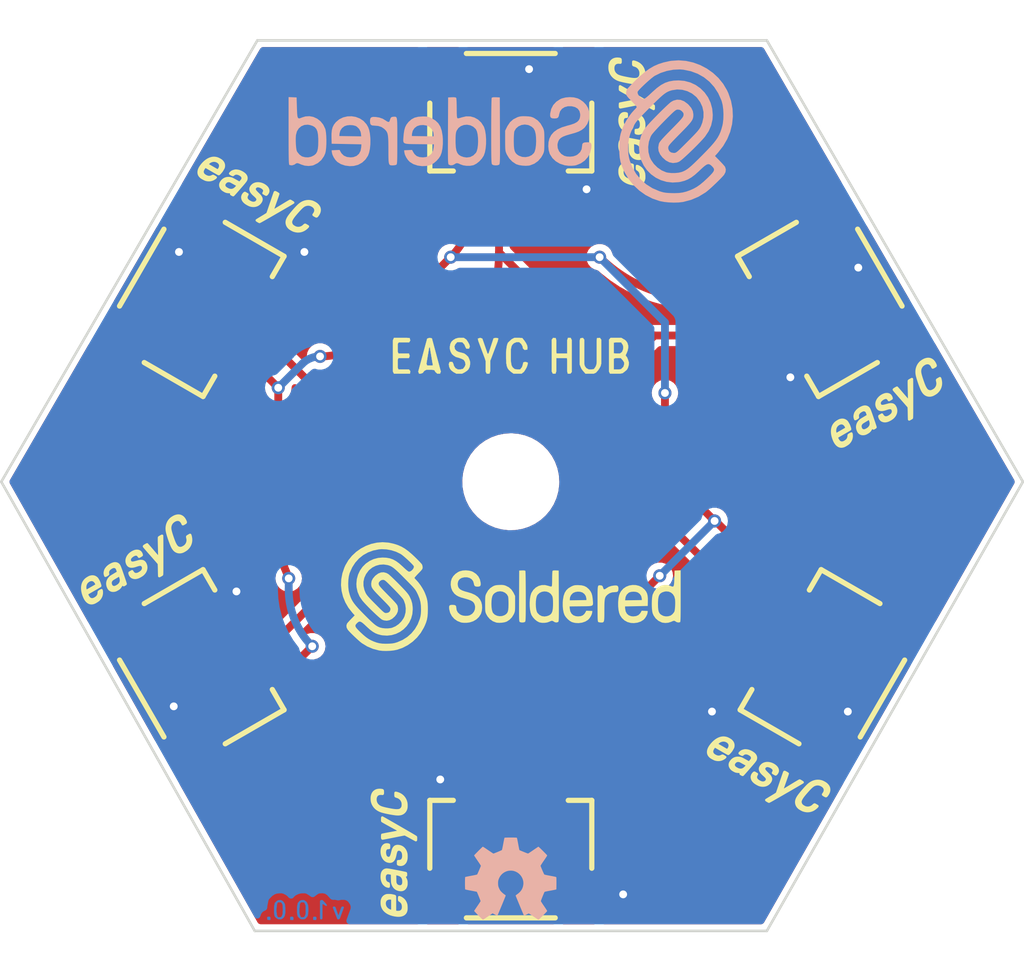
<source format=kicad_pcb>
(kicad_pcb (version 20210623) (generator pcbnew)
  (title_block (title "easyC hub") (date "2021-07-20") (rev "V1.0.0.") (company "SOLDERED") (comment 1 "333043"))
  (layers (0 "F.Cu" signal) (31 "B.Cu" signal) (34 "B.Paste" user) (35 "F.Paste" user) (36 "B.SilkS" user "B.Silkscreen") (37 "F.SilkS" user "F.Silkscreen") (38 "B.Mask" user) (39 "F.Mask" user) (44 "Edge.Cuts" user))
  (net 0 "")
  (net 1 "SCL")
  (net 2 "SDA")
  (net 3 "3V3")
  (net 4 "GND")
  (footprint "e-radionica.com footprinti:FIDUCIAL_23" (layer "F.Cu") (at 73.7 82)
    (fp_text reference "FD1")
    (fp_text value "FIDUCIAL")
    (fp_circle (center 0 0) (end 1 0) (layer "F.Cu") (width 0.2) (fill none))
    (pad "1" smd circle (at 0 0) (size 1 1) (layers "F.Cu" "F.Paste" "F.Mask") (clearance 1.1))
  )
  (footprint "Soldered Graphics:Logo-Front-easyC-5mm" (layer "F.Cu") (at 99.3 94 -30)
    (fp_text reference "G***" hide)
    (fp_text value "LOGO" hide)
  )
  (footprint "e-radionica.com footprinti:easyC-connector" (layer "F.Cu") (at 77.8 76 60)
    (fp_text reference "K5")
    (fp_text value "easyC-SMD")
    (pad "1" smd rect locked (at -1.5 2.15 60) (size 0.6 1.55) (layers "F.Cu" "F.Paste" "F.Mask") (net 1 "SCL"))
    (pad "2" smd rect locked (at -0.5 2.15 60) (size 0.6 1.55) (layers "F.Cu" "F.Paste" "F.Mask") (net 2 "SDA"))
    (pad "3" smd rect locked (at 0.5 2.15 60) (size 0.6 1.55) (layers "F.Cu" "F.Paste" "F.Mask") (net 3 "3V3"))
    (pad "4" smd rect locked (at 1.5 2.15 60) (size 0.6 1.55) (layers "F.Cu" "F.Paste" "F.Mask") (net 4 "GND"))
    (pad "5" smd rect locked (at -2.6 -2.15 60) (size 1.2 1.8) (layers "F.Cu" "F.Paste" "F.Mask") (net 4 "GND"))
    (pad "5" smd rect locked (at 2.6 -2.15 60) (size 1.2 1.8) (layers "F.Cu" "F.Paste" "F.Mask") (net 4 "GND"))
  )
  (footprint "e-radionica.com footprinti:easyC-connector" (layer "F.Cu") (at 89.5 69.2)
    (fp_text reference "K4")
    (fp_text value "easyC-SMD")
    (pad "1" smd rect locked (at -1.5 2.15) (size 0.6 1.55) (layers "F.Cu" "F.Paste" "F.Mask") (net 1 "SCL"))
    (pad "2" smd rect locked (at -0.5 2.15) (size 0.6 1.55) (layers "F.Cu" "F.Paste" "F.Mask") (net 2 "SDA"))
    (pad "3" smd rect locked (at 0.5 2.15) (size 0.6 1.55) (layers "F.Cu" "F.Paste" "F.Mask") (net 3 "3V3"))
    (pad "4" smd rect locked (at 1.5 2.15) (size 0.6 1.55) (layers "F.Cu" "F.Paste" "F.Mask") (net 4 "GND"))
    (pad "5" smd rect locked (at -2.6 -2.15) (size 1.2 1.8) (layers "F.Cu" "F.Paste" "F.Mask") (net 4 "GND"))
    (pad "5" smd rect locked (at 2.6 -2.15) (size 1.2 1.8) (layers "F.Cu" "F.Paste" "F.Mask") (net 4 "GND"))
  )
  (footprint "e-radionica.com footprinti:easyC-connector" (layer "F.Cu") (at 101.2 76 -60)
    (fp_text reference "K3")
    (fp_text value "easyC-SMD")
    (pad "1" smd rect locked (at -1.5 2.15 300) (size 0.6 1.55) (layers "F.Cu" "F.Paste" "F.Mask") (net 1 "SCL"))
    (pad "2" smd rect locked (at -0.5 2.15 300) (size 0.6 1.55) (layers "F.Cu" "F.Paste" "F.Mask") (net 2 "SDA"))
    (pad "3" smd rect locked (at 0.5 2.15 300) (size 0.6 1.55) (layers "F.Cu" "F.Paste" "F.Mask") (net 3 "3V3"))
    (pad "4" smd rect locked (at 1.5 2.15 300) (size 0.6 1.55) (layers "F.Cu" "F.Paste" "F.Mask") (net 4 "GND"))
    (pad "5" smd rect locked (at -2.6 -2.15 300) (size 1.2 1.8) (layers "F.Cu" "F.Paste" "F.Mask") (net 4 "GND"))
    (pad "5" smd rect locked (at 2.6 -2.15 300) (size 1.2 1.8) (layers "F.Cu" "F.Paste" "F.Mask") (net 4 "GND"))
  )
  (footprint "Soldered Graphics:Logo-Front-easyC-5mm" (layer "F.Cu") (at 94.1 69 90)
    (fp_text reference "G***" hide)
    (fp_text value "LOGO" hide)
  )
  (footprint "Soldered Graphics:Logo-Front-easyC-5mm" (layer "F.Cu") (at 85 97 90)
    (fp_text reference "G***" hide)
    (fp_text value "LOGO" hide)
  )
  (footprint "Soldered Graphics:Logo-Back-SolderedFULL-17mm" (layer "F.Cu") (at 89.5 69.39)
    (fp_text reference "REF**" hide)
    (fp_text value "Logo-Front-SolderedFULL-17mm" hide)
  )
  (footprint "buzzardLabel" (layer "F.Cu") (at 89.5 78)
    (fp_text reference "" (at 0 0) (layer "F.SilkS") (effects (font (size 1.27 1.27))))
    (fp_text value "" (at 0 0) (layer "F.SilkS") (effects (font (size 1.27 1.27))))
  )
  (footprint "e-radionica.com footprinti:easyC-connector" (layer "F.Cu") (at 89.5 96.7 180)
    (fp_text reference "K1")
    (fp_text value "easyC-SMD")
    (pad "1" smd rect locked (at -1.5 2.15 180) (size 0.6 1.55) (layers "F.Cu" "F.Paste" "F.Mask") (net 1 "SCL"))
    (pad "2" smd rect locked (at -0.5 2.15 180) (size 0.6 1.55) (layers "F.Cu" "F.Paste" "F.Mask") (net 2 "SDA"))
    (pad "3" smd rect locked (at 0.5 2.15 180) (size 0.6 1.55) (layers "F.Cu" "F.Paste" "F.Mask") (net 3 "3V3"))
    (pad "4" smd rect locked (at 1.5 2.15 180) (size 0.6 1.55) (layers "F.Cu" "F.Paste" "F.Mask") (net 4 "GND"))
    (pad "5" smd rect locked (at -2.6 -2.15 180) (size 1.2 1.8) (layers "F.Cu" "F.Paste" "F.Mask") (net 4 "GND"))
    (pad "5" smd rect locked (at 2.6 -2.15 180) (size 1.2 1.8) (layers "F.Cu" "F.Paste" "F.Mask") (net 4 "GND"))
  )
  (footprint "Soldered Graphics:Logo-Front-easyC-5mm" (layer "F.Cu") (at 79.8 71.8 -30)
    (fp_text reference "G***" hide)
    (fp_text value "LOGO" hide)
  )
  (footprint "e-radionica.com footprinti:HOLE_3.2mm" (layer "F.Cu") (at 89.5 82.8)
    (fp_text reference "H1" hide)
    (fp_text value "HOLE_3.2mm" hide)
    (pad "" np_thru_hole circle locked (at 0 0) (size 3.2 3.2) (drill 3.2) (layers F&B.Cu *.Mask))
  )
  (footprint "Soldered Graphics:Logo-Front-SolderedFULL-13mm" (layer "F.Cu") (at 89.5 87.2)
    (fp_text reference "REF**" hide)
    (fp_text value "Logo-Front-SolderedFULL-13mm" hide)
  )
  (footprint "Soldered Graphics:Logo-Back-OSH-3.5mm" (layer "F.Cu") (at 89.5 98)
    (fp_text reference "G***" hide)
    (fp_text value "LOGO" hide)
  )
  (footprint "e-radionica.com footprinti:easyC-connector" (layer "F.Cu") (at 77.8 89.7 120)
    (fp_text reference "K6")
    (fp_text value "easyC-SMD")
    (pad "1" smd rect locked (at -1.5 2.15 120) (size 0.6 1.55) (layers "F.Cu" "F.Paste" "F.Mask") (net 1 "SCL"))
    (pad "2" smd rect locked (at -0.5 2.15 120) (size 0.6 1.55) (layers "F.Cu" "F.Paste" "F.Mask") (net 2 "SDA"))
    (pad "3" smd rect locked (at 0.5 2.15 120) (size 0.6 1.55) (layers "F.Cu" "F.Paste" "F.Mask") (net 3 "3V3"))
    (pad "4" smd rect locked (at 1.5 2.15 120) (size 0.6 1.55) (layers "F.Cu" "F.Paste" "F.Mask") (net 4 "GND"))
    (pad "5" smd rect locked (at -2.6 -2.15 120) (size 1.2 1.8) (layers "F.Cu" "F.Paste" "F.Mask") (net 4 "GND"))
    (pad "5" smd rect locked (at 2.6 -2.15 120) (size 1.2 1.8) (layers "F.Cu" "F.Paste" "F.Mask") (net 4 "GND"))
  )
  (footprint "e-radionica.com footprinti:easyC-connector" (layer "F.Cu") (at 101.3 89.7 -120)
    (fp_text reference "K2")
    (fp_text value "easyC-SMD")
    (pad "1" smd rect locked (at -1.5 2.15 240) (size 0.6 1.55) (layers "F.Cu" "F.Paste" "F.Mask") (net 1 "SCL"))
    (pad "2" smd rect locked (at -0.5 2.15 240) (size 0.6 1.55) (layers "F.Cu" "F.Paste" "F.Mask") (net 2 "SDA"))
    (pad "3" smd rect locked (at 0.5 2.15 240) (size 0.6 1.55) (layers "F.Cu" "F.Paste" "F.Mask") (net 3 "3V3"))
    (pad "4" smd rect locked (at 1.5 2.15 240) (size 0.6 1.55) (layers "F.Cu" "F.Paste" "F.Mask") (net 4 "GND"))
    (pad "5" smd rect locked (at -2.6 -2.15 240) (size 1.2 1.8) (layers "F.Cu" "F.Paste" "F.Mask") (net 4 "GND"))
    (pad "5" smd rect locked (at 2.6 -2.15 240) (size 1.2 1.8) (layers "F.Cu" "F.Paste" "F.Mask") (net 4 "GND"))
  )
  (footprint "Soldered Graphics:Logo-Front-easyC-5mm" (layer "F.Cu") (at 103.9 79.9 30)
    (fp_text reference "G***" hide)
    (fp_text value "LOGO" hide)
  )
  (footprint "Soldered Graphics:Logo-Front-easyC-5mm" (layer "F.Cu") (at 75.2 85.9 30)
    (fp_text reference "G***" hide)
    (fp_text value "LOGO" hide)
  )
  (footprint "Soldered Graphics:Version1.0.0." (layer "B.Cu") (at 81.6 99.2 180)
    (fp_text reference "Ref**" hide)
    (fp_text value "Val**" hide)
    (fp_poly (pts (xy 1.31 -0.38) (xy 1.36 -0.38) (xy 1.41 -0.37) (xy 1.42 -0.33) (xy 1.42 -0.27) (xy 1.38 -0.26) (xy 1.33 -0.26) (xy 1.3 -0.29) (xy 1.3 -0.34) (xy 1.31 -0.38)) (layer "B.Cu") (width 0.01) (fill solid))
    (fp_poly (pts (xy 0.93 -0.35) (xy 0.99 -0.35) (xy 1.04 -0.33) (xy 1.01 -0.28) (xy 0.91 -0.28) (xy 0.87 -0.25) (xy 0.85 -0.2) (xy 0.83 -0.15) (xy 0.83 -0.11) (xy 0.82 0.01) (xy 0.83 0.13) (xy 0.83 0.17) (xy 0.84 0.22) (xy 0.87 0.27) (xy 0.9 0.3) (xy 1.01 0.3) (xy 1.04 0.26) (xy 1.05 0.21) (xy 1.06 0.15) (xy 1.07 0.05) (xy 1.07 -0.08) (xy 1.06 -0.12) (xy 1.06 -0.17) (xy 1.04 -0.22) (xy 1.02 -0.27) (xy 1.01 -0.28) (xy 1.05 -0.32) (xy 1.09 -0.29) (xy 1.12 -0.26) (xy 1.14 -0.22) (xy 1.15 -0.16) (xy 1.16 -0.11) (xy 1.16 -0.06) (xy 1.16 0.06) (xy 1.16 0.12) (xy 1.15 0.17) (xy 1.14 0.22) (xy 1.13 0.27) (xy 1.1 0.3) (xy 1.06 0.34) (xy 1.01 0.37) (xy 0.95 0.38) (xy 0.9 0.38) (xy 0.84 0.35) (xy 0.8 0.31) (xy 0.78 0.28) (xy 0.75 0.23) (xy 0.74 0.18) (xy 0.74 0.13) (xy 0.73 0.08) (xy 0.73 -0.04) (xy 0.73 -0.1) (xy 0.74 -0.14) (xy 0.75 -0.2) (xy 0.77 -0.25) (xy 0.79 -0.28) (xy 0.83 -0.32) (xy 0.89 -0.35) (xy 0.93 -0.35)) (layer "B.Cu") (width 0.01) (fill solid))
    (fp_poly (pts (xy -0.44 -0.38) (xy -0.39 -0.38) (xy -0.34 -0.37) (xy -0.34 -0.33) (xy -0.34 -0.27) (xy -0.38 -0.26) (xy -0.43 -0.26) (xy -0.46 -0.29) (xy -0.46 -0.34) (xy -0.44 -0.38)) (layer "B.Cu") (width 0.01) (fill solid))
    (fp_poly (pts (xy 0.06 -0.35) (xy 0.11 -0.35) (xy 0.17 -0.33) (xy 0.13 -0.28) (xy 0.03 -0.28) (xy -0.01 -0.25) (xy -0.03 -0.2) (xy -0.05 -0.15) (xy -0.05 -0.11) (xy -0.05 0.01) (xy -0.05 0.13) (xy -0.05 0.17) (xy -0.03 0.22) (xy -0.01 0.27) (xy 0.02 0.3) (xy 0.13 0.3) (xy 0.16 0.26) (xy 0.18 0.21) (xy 0.18 0.15) (xy 0.19 0.05) (xy 0.19 -0.08) (xy 0.19 -0.12) (xy 0.18 -0.17) (xy 0.16 -0.22) (xy 0.14 -0.27) (xy 0.14 -0.28) (xy 0.17 -0.32) (xy 0.21 -0.29) (xy 0.24 -0.26) (xy 0.26 -0.22) (xy 0.27 -0.16) (xy 0.28 -0.11) (xy 0.28 -0.06) (xy 0.28 0.06) (xy 0.28 0.12) (xy 0.27 0.17) (xy 0.26 0.22) (xy 0.25 0.27) (xy 0.22 0.3) (xy 0.19 0.34) (xy 0.13 0.37) (xy 0.08 0.38) (xy 0.02 0.38) (xy -0.03 0.35) (xy -0.08 0.31) (xy -0.1 0.28) (xy -0.12 0.23) (xy -0.14 0.18) (xy -0.14 0.13) (xy -0.15 0.08) (xy -0.15 -0.04) (xy -0.14 -0.1) (xy -0.14 -0.14) (xy -0.13 -0.2) (xy -0.11 -0.25) (xy -0.08 -0.28) (xy -0.05 -0.32) (xy 0.01 -0.35) (xy 0.06 -0.35)) (layer "B.Cu") (width 0.01) (fill solid))
    (fp_poly (pts (xy 0.43 -0.38) (xy 0.48 -0.38) (xy 0.54 -0.37) (xy 0.54 -0.33) (xy 0.54 -0.27) (xy 0.5 -0.26) (xy 0.45 -0.26) (xy 0.42 -0.29) (xy 0.42 -0.34) (xy 0.43 -0.38)) (layer "B.Cu") (width 0.01) (fill solid))
    (fp_poly (pts (xy -1.33 -0.35) (xy -1.27 -0.35) (xy -1.25 -0.31) (xy -1.09 0.1) (xy -1.11 0.13) (xy -1.16 0.13) (xy -1.19 0.1) (xy -1.28 -0.16) (xy -1.3 -0.21) (xy -1.32 -0.17) (xy -1.41 0.09) (xy -1.44 0.13) (xy -1.49 0.13) (xy -1.51 0.1) (xy -1.36 -0.31) (xy -1.33 -0.35)) (layer "B.Cu") (width 0.01) (fill solid))
    (fp_poly (pts (xy -0.67 -0.35) (xy -0.62 -0.35) (xy -0.6 -0.31) (xy -0.6 0.35) (xy -0.64 0.38) (xy -0.69 0.38) (xy -0.73 0.34) (xy -0.84 0.22) (xy -0.86 0.17) (xy -0.83 0.16) (xy -0.73 0.22) (xy -0.69 0.23) (xy -0.69 -0.31) (xy -0.67 -0.35)) (layer "B.Cu") (width 0.01) (fill solid))
  )
  (gr_line (start 79.7 100) (end 99.3 100) (layer "Edge.Cuts") (width 0.1))
  (gr_line (start 99.3 65.9) (end 79.8 65.9) (layer "Edge.Cuts") (width 0.1))
  (gr_line (start 70 82.8) (end 79.7 100) (layer "Edge.Cuts") (width 0.1))
  (gr_line (start 79.8 65.9) (end 70 82.8) (layer "Edge.Cuts") (width 0.1))
  (gr_line (start 99.3 100) (end 109.1 82.8) (layer "Edge.Cuts") (width 0.1))
  (gr_line (start 109.1 82.8) (end 99.3 65.9) (layer "Edge.Cuts") (width 0.1))
  (segment (start 81.545487 89.454513) (end 81.9 89.1) (width 0.3) (layer "F.Cu") (net 1))
  (segment (start 80.990972 86.455791) (end 80.837009 86.084091) (width 0.3) (layer "F.Cu") (net 1))
  (segment (start 88.05 71.45) (end 88.05 72.147919) (width 0.3) (layer "F.Cu") (net 1))
  (segment (start 97.331041 84.3) (end 100.188045 87.157004) (width 0.3) (layer "F.Cu") (net 1))
  (segment (start 81 86.464819) (end 80.990972 86.455791) (width 0.3) (layer "F.Cu") (net 1))
  (segment (start 98.588045 75.775962) (end 96.704708 75.775962) (width 0.3) (layer "F.Cu") (net 1))
  (segment (start 80.6 84.702944) (end 80.6 79.2) (width 0.3) (layer "F.Cu") (net 1))
  (segment (start 97.3 84.3) (end 97.331041 84.3) (width 0.3) (layer "F.Cu") (net 1))
  (segment (start 97.3 84.3) (end 95.4 82.4) (width 0.3) (layer "F.Cu") (net 1))
  (segment (start 80.602295 84.904107) (end 80.6 84.702944) (width 0.3) (layer "F.Cu") (net 1))
  (segment (start 80.64173 85.304495) (end 80.602295 84.904107) (width 0.3) (layer "F.Cu") (net 1))
  (segment (start 93.807716 87.792283) (end 95.2 86.4) (width 0.3) (layer "F.Cu") (net 1))
  (segment (start 79.337917 78.8) (end 78.911955 78.374038) (width 0.3) (layer "F.Cu") (net 1))
  (segment (start 84.248528 77.151472) (end 87.2 74.2) (width 0.3) (layer "F.Cu") (net 1))
  (segment (start 80.72022 85.69909) (end 80.64173 85.304495) (width 0.3) (layer "F.Cu") (net 1))
  (segment (start 81 86.5) (end 81 86.464819) (width 0.3) (layer "F.Cu") (net 1))
  (segment (start 80.2 78.8) (end 79.337917 78.8) (width 0.3) (layer "F.Cu") (net 1))
  (segment (start 80.6 79.2) (end 80.2 78.8) (width 0.3) (layer "F.Cu") (net 1))
  (segment (start 80.837009 86.084091) (end 80.72022 85.69909) (width 0.3) (layer "F.Cu") (net 1))
  (segment (start 100.188045 87.157004) (end 100.188045 87.325962) (width 0.3) (layer "F.Cu") (net 1))
  (segment (start 95.4 82.4) (end 95.4 79.4) (width 0.3) (layer "F.Cu") (net 1))
  (via (at 81 86.5) (size 0.5) (drill 0.3) (layers "F.Cu" "B.Cu") (net 1))
  (via (at 95.2 86.4) (size 0.5) (drill 0.3) (layers "F.Cu" "B.Cu") (net 1))
  (via (at 92.9 74.2) (size 0.5) (drill 0.3) (layers "F.Cu" "B.Cu") (net 1))
  (via (at 87.2 74.2) (size 0.5) (drill 0.3) (layers "F.Cu" "B.Cu") (net 1))
  (via (at 97.3 84.3) (size 0.5) (drill 0.3) (layers "F.Cu" "B.Cu") (net 1))
  (via (at 81.9 89.1) (size 0.5) (drill 0.3) (layers "F.Cu" "B.Cu") (net 1))
  (via (at 95.4 79.4) (size 0.5) (drill 0.3) (layers "F.Cu" "B.Cu") (net 1))
  (via (at 82.2 78) (size 0.5) (drill 0.3) (layers "F.Cu" "B.Cu") (net 1))
  (via (at 80.6 79.2) (size 0.5) (drill 0.3) (layers "F.Cu" "B.Cu") (net 1))
  (arc (start 80.411955 89.924038) (mid 81.025417 89.802013) (end 81.545487 89.454513) (width 0.3) (layer "F.Cu") (net 1))
  (arc (start 91.05 94.45) (mid 91.766707 90.84687) (end 93.807716 87.792283) (width 0.3) (layer "F.Cu") (net 1))
  (arc (start 96.704708 75.775962) (mid 94.645615 75.366383) (end 92.9 74.2) (width 0.3) (layer "F.Cu") (net 1))
  (arc (start 82.2 78) (mid 83.308655 77.779475) (end 84.248528 77.151472) (width 0.3) (layer "F.Cu") (net 1))
  (arc (start 88.05 72.147919) (mid 87.829092 73.258497) (end 87.2 74.2) (width 0.3) (layer "F.Cu") (net 1))
  (segment (start 95.4 76.7) (end 95.4 79.4) (width 0.3) (layer "B.Cu") (net 1))
  (segment (start 95.2 86.4) (end 97.3 84.3) (width 0.3) (layer "B.Cu") (net 1))
  (segment (start 92.9 74.2) (end 95.4 76.7) (width 0.3) (layer "B.Cu") (net 1))
  (segment (start 81 86.5) (end 81 86.927208) (width 0.3) (layer "B.Cu") (net 1))
  (segment (start 80.6 79.2) (end 81.517157 78.282843) (width 0.3) (layer "B.Cu") (net 1))
  (segment (start 87.2 74.2) (end 92.9 74.2) (width 0.3) (layer "B.Cu") (net 1))
  (arc (start 81.517157 78.282843) (mid 81.830448 78.073509) (end 82.2 78) (width 0.3) (layer "B.Cu") (net 1))
  (arc (start 81 86.927208) (mid 81.233902 88.103114) (end 81.9 89.1) (width 0.3) (layer "B.Cu") (net 1))
  (segment (start 95.793919 84.690411) (end 95.449068 84.286642) (width 0.3) (layer "F.Cu") (net 2))
  (segment (start 98.8 87.7) (end 95.979899 84.879899) (width 0.3) (layer "F.Cu") (net 2))
  (segment (start 83.7 80) (end 82.6 81.1) (width 0.3) (layer "F.Cu") (net 2))
  (segment (start 89.05 71.45) (end 89.05 74.016548) (width 0.3) (layer "F.Cu") (net 2))
  (segment (start 86.999983 87.399983) (end 87.221573 87.621573) (width 0.3) (layer "F.Cu") (net 2))
  (segment (start 79.608013 77.508013) (end 80.2 78.1) (width 0.3) (layer "F.Cu") (net 2))
  (segment (start 82.6 81.179898) (end 82.6 84.8) (width 0.3) (layer "F.Cu") (net 2))
  (segment (start 94.044141 80.89485) (end 94.00248 80.365496) (width 0.3) (layer "F.Cu") (net 2))
  (segment (start 99.011931 87.911932) (end 98.8 87.7) (width 0.3) (layer "F.Cu") (net 2))
  (segment (start 91.199719 76.166267) (end 89.05 74.016548) (width 0.3) (layer "F.Cu") (net 2))
  (segment (start 85.4 80) (end 83.7 80) (width 0.3) (layer "F.Cu") (net 2))
  (segment (start 94.00248 80.365496) (end 94.00248 78.19752) (width 0.3) (layer "F.Cu") (net 2))
  (segment (start 81.3 88.1) (end 82.175735 87.224265) (width 0.3) (layer "F.Cu") (net 2))
  (segment (start 85 86.7) (end 85.310075 86.7) (width 0.3) (layer "F.Cu") (net 2))
  (segment (start 79.411955 77.508013) (end 79.608013 77.508013) (width 0.3) (layer "F.Cu") (net 2))
  (segment (start 94.251164 81.935625) (end 94.127206 81.419304) (width 0.3) (layer "F.Cu") (net 2))
  (segment (start 82.6 84.8) (end 82.6 86.2) (width 0.3) (layer "F.Cu") (net 2))
  (segment (start 80.2 78.1) (end 80.9 78.1) (width 0.3) (layer "F.Cu") (net 2))
  (segment (start 95.979899 84.879899) (end 95.793919 84.690411) (width 0.3) (layer "F.Cu") (net 2))
  (segment (start 95.449068 84.286642) (end 95.136958 83.857061) (width 0.3) (layer "F.Cu") (net 2))
  (segment (start 94.618451 82.9312) (end 94.415249 82.440628) (width 0.3) (layer "F.Cu") (net 2))
  (segment (start 94.859516 83.404317) (end 94.618451 82.9312) (width 0.3) (layer "F.Cu") (net 2))
  (segment (start 79.6 89.2) (end 79.663804 89.136196) (width 0.3) (layer "F.Cu") (net 2))
  (segment (start 82.6 81.1) (end 82.6 81.179898) (width 0.3) (layer "F.Cu") (net 2))
  (segment (start 87.4 78) (end 85.4 80) (width 0.3) (layer "F.Cu") (net 2))
  (segment (start 94.127206 81.419304) (end 94.044141 80.89485) (width 0.3) (layer "F.Cu") (net 2))
  (segment (start 80.9 78.1) (end 82.6 79.8) (width 0.3) (layer "F.Cu") (net 2))
  (segment (start 94.00248 78.19752) (end 95 77.2) (width 0.3) (layer "F.Cu") (net 2))
  (segment (start 97.740883 77.2) (end 93.695372 77.2) (width 0.3) (layer "F.Cu") (net 2))
  (segment (start 94.415249 82.440628) (end 94.251164 81.935625) (width 0.3) (layer "F.Cu") (net 2))
  (segment (start 80.646065 88.753934) (end 81.3 88.1) (width 0.3) (layer "F.Cu") (net 2))
  (segment (start 82.6 84.8) (end 84.146446 86.346446) (width 0.3) (layer "F.Cu") (net 2))
  (segment (start 82.6 79.8) (end 82.6 81.179898) (width 0.3) (layer "F.Cu") (net 2))
  (segment (start 95.136958 83.857061) (end 94.859516 83.404317) (width 0.3) (layer "F.Cu") (net 2))
  (arc (start 79.911955 89.058013) (mid 80.309253 88.978986) (end 80.646065 88.753934) (width 0.3) (layer "F.Cu") (net 2))
  (arc (start 87.221573 87.621573) (mid 89.314916 90.754482) (end 90.05 94.45) (width 0.3) (layer "F.Cu") (net 2))
  (arc (start 89.05 74.016548) (mid 88.621179 76.172376) (end 87.4 78) (width 0.3) (layer "F.Cu") (net 2))
  (arc (start 82.175735 87.224265) (mid 82.489737 86.754329) (end 82.6 86.2) (width 0.3) (layer "F.Cu") (net 2))
  (arc (start 93.695372 77.2) (mid 92.344734 76.931341) (end 91.199719 76.166267) (width 0.3) (layer "F.Cu") (net 2))
  (arc (start 99.688045 88.191987) (mid 99.322135 88.119203) (end 99.011931 87.911932) (width 0.3) (layer "F.Cu") (net 2))
  (arc (start 84.146446 86.346446) (mid 84.53806 86.608114) (end 85 86.7) (width 0.3) (layer "F.Cu") (net 2))
  (arc (start 79.663804 89.136196) (mid 79.823537 89.029466) (end 80.011955 88.991987) (width 0.3) (layer "F.Cu") (net 2))
  (arc (start 99.088045 76.641987) (mid 98.469963 77.054976) (end 97.740883 77.2) (width 0.3) (layer "F.Cu") (net 2))
  (arc (start 85.310075 86.7) (mid 86.224646 86.881919) (end 86.999983 87.399983) (width 0.3) (layer "F.Cu") (net 2))
  (segment (start 76.8 79.262741) (end 76.802452 79.02434) (width 0.3) (layer "F.Cu") (net 3))
  (segment (start 99.99033 89.390331) (end 100.1 89.5) (width 0.3) (layer "F.Cu") (net 3))
  (segment (start 100.4 90.224264) (end 100.4 91) (width 0.3) (layer "F.Cu") (net 3))
  (segment (start 96.497057 94.902943) (end 100.4 91) (width 0.3) (layer "F.Cu") (net 3))
  (segment (start 77.213286 77.171188) (end 77.414792 76.739058) (width 0.3) (layer "F.Cu") (net 3))
  (segment (start 101 76.034315) (end 101 75.9) (width 0.3) (layer "F.Cu") (net 3))
  (segment (start 84.4 69.2) (end 90.4 69.2) (width 0.3) (layer "F.Cu") (net 3))
  (segment (start 89.05 94.45) (end 89.05 96.037868) (width 0.3) (layer "F.Cu") (net 3))
  (segment (start 78.6 75.262237) (end 78.6 75.2) (width 0.3) (layer "F.Cu") (net 3))
  (segment (start 101.553554 76.453554) (end 101 75.9) (width 0.3) (layer "F.Cu") (net 3))
  (segment (start 77.05021 77.619236) (end 77.213286 77.171188) (width 0.3) (layer "F.Cu") (net 3))
  (segment (start 77.926676 75.935561) (end 78.6 75.262237) (width 0.3) (layer "F.Cu") (net 3))
  (segment (start 89.682842 96.6) (end 92.4 96.6) (width 0.3) (layer "F.Cu") (net 3))
  (segment (start 96 69.2) (end 90.4 69.2) (width 0.3) (layer "F.Cu") (net 3))
  (segment (start 78.893093 88.406906) (end 78.4 88.9) (width 0.3) (layer "F.Cu") (net 3))
  (segment (start 99.3 72.5) (end 96 69.2) (width 0.3) (layer "F.Cu") (net 3))
  (segment (start 78.6 75.2) (end 78.6 75) (width 0.3) (layer "F.Cu") (net 3))
  (segment (start 76.8 87.675736) (end 76.8 79.262741) (width 0.3) (layer "F.Cu") (net 3))
  (segment (start 76.844008 78.549351) (end 76.926804 78.079792) (width 0.3) (layer "F.Cu") (net 3))
  (segment (start 78.4 88.9) (end 78.307106 88.9) (width 0.3) (layer "F.Cu") (net 3))
  (segment (start 78.6 75) (end 84.4 69.2) (width 0.3) (layer "F.Cu") (net 3))
  (segment (start 77.653193 76.326135) (end 77.926676 75.935561) (width 0.3) (layer "F.Cu") (net 3))
  (segment (start 77.414792 76.739058) (end 77.653193 76.326135) (width 0.3) (layer "F.Cu") (net 3))
  (segment (start 79.10967 76.309669) (end 79 76.2) (width 0.3) (layer "F.Cu") (net 3))
  (segment (start 90.05 71.45) (end 90.05 70.044974) (width 0.3) (layer "F.Cu") (net 3))
  (segment (start 78.6 75.234315) (end 78.6 75.2) (width 0.3) (layer "F.Cu") (net 3))
  (segment (start 102 87.137259) (end 102 77.53137) (width 0.3) (layer "F.Cu") (net 3))
  (segment (start 99.797919 72.997919) (end 99.3 72.5) (width 0.3) (layer "F.Cu") (net 3))
  (segment (start 76.802452 79.02434) (end 76.844008 78.549351) (width 0.3) (layer "F.Cu") (net 3))
  (segment (start 100.448328 77.151672) (end 100.6 77) (width 0.3) (layer "F.Cu") (net 3))
  (segment (start 76.926804 78.079792) (end 77.05021 77.619236) (width 0.3) (layer "F.Cu") (net 3))
  (arc (start 89.05 96.037868) (mid 89.088983 96.233852) (end 89.2 96.4) (width 0.3) (layer "F.Cu") (net 3))
  (arc (start 100.6 77) (mid 100.896043 76.556941) (end 101 76.034315) (width 0.3) (layer "F.Cu") (net 3))
  (arc (start 79 76.2) (mid 78.703957 75.756941) (end 78.6 75.234315) (width 0.3) (layer "F.Cu") (net 3))
  (arc (start 79.411955 88.191987) (mid 79.131149 88.247843) (end 78.893093 88.406906) (width 0.3) (layer "F.Cu") (net 3))
  (arc (start 101 75.9) (mid 100.687589 74.329405) (end 99.797919 72.997919) (width 0.3) (layer "F.Cu") (net 3))
  (arc (start 99.188045 89.058013) (mid 99.622239 89.14438) (end 99.99033 89.390331) (width 0.3) (layer "F.Cu") (net 3))
  (arc (start 89.2 96.4) (mid 89.42153 96.548022) (end 89.682842 96.6) (width 0.3) (layer "F.Cu") (net 3))
  (arc (start 78.307106 88.9) (mid 77.653825 88.770054) (end 77.1 88.4) (width 0.3) (layer "F.Cu") (net 3))
  (arc (start 102 77.53137) (mid 101.883972 76.94806) (end 101.553554 76.453554) (width 0.3) (layer "F.Cu") (net 3))
  (arc (start 92.4 96.6) (mid 94.617312 96.158949) (end 96.497057 94.902943) (width 0.3) (layer "F.Cu") (net 3))
  (arc (start 77.1 88.4) (mid 76.877968 88.067706) (end 76.8 87.675736) (width 0.3) (layer "F.Cu") (net 3))
  (arc (start 79.911955 76.641987) (mid 79.477761 76.55562) (end 79.10967 76.309669) (width 0.3) (layer "F.Cu") (net 3))
  (arc (start 90.05 70.044974) (mid 90.140962 69.587678) (end 90.4 69.2) (width 0.3) (layer "F.Cu") (net 3))
  (arc (start 99.588045 77.508013) (mid 100.053627 77.415403) (end 100.448328 77.151672) (width 0.3) (layer "F.Cu") (net 3))
  (arc (start 100.4 91) (mid 101.584174 89.227759) (end 102 87.137259) (width 0.3) (layer "F.Cu") (net 3))
  (arc (start 100.1 89.5) (mid 100.322032 89.832294) (end 100.4 90.224264) (width 0.3) (layer "F.Cu") (net 3))
  (segment (start 98.778198 89.978199) (end 99 90.2) (width 0.3) (layer "F.Cu") (net 4))
  (via (at 93.8 98.6) (size 0.5) (drill 0.3) (layers "F.Cu" "B.Cu") (net 4))
  (via (at 86.8 94.2) (size 0.5) (drill 0.3) (layers "F.Cu" "B.Cu") (net 4))
  (via (at 81.6 74) (size 0.5) (drill 0.3) (layers "F.Cu" "B.Cu") (net 4))
  (via (at 76.8 74) (size 0.5) (drill 0.3) (layers "F.Cu" "B.Cu") (net 4))
  (via (at 79 87) (size 0.5) (drill 0.3) (layers "F.Cu" "B.Cu") (net 4))
  (via (at 102.4 91.6) (size 0.5) (drill 0.3) (layers "F.Cu" "B.Cu") (net 4))
  (via (at 92.4 71.6) (size 0.5) (drill 0.3) (layers "F.Cu" "B.Cu") (net 4))
  (via (at 76.6 91.4) (size 0.5) (drill 0.3) (layers "F.Cu" "B.Cu") (net 4))
  (via (at 97.2 91.6) (size 0.5) (drill 0.3) (layers "F.Cu" "B.Cu") (net 4))
  (via (at 102.8 74.6) (size 0.5) (drill 0.3) (layers "F.Cu" "B.Cu") (net 4))
  (via (at 100.2 78.8) (size 0.5) (drill 0.3) (layers "F.Cu" "B.Cu") (net 4))
  (via (at 90.2 67) (size 0.5) (drill 0.3) (layers "F.Cu" "B.Cu") (net 4))
  (arc (start 98.488045 89.858013) (mid 98.645075 89.889248) (end 98.778198 89.978199) (width 0.3) (layer "F.Cu") (net 4))
  (zone (net 4) (net_name "GND") (layers F&B.Cu) (connect_pads (clearance 0.254)) (min_thickness 0.254) (fill yes (thermal_gap 0.254) (thermal_bridge_width 0.254))
    (polygon (pts (xy 109.100785 82.861185) (xy 99.300785 100.061185) (xy 79.700785 100.061185) (xy 70.000785 82.861185) (xy 79.800785 65.961185) (xy 99.300785 65.961185)))
  )
)
</source>
